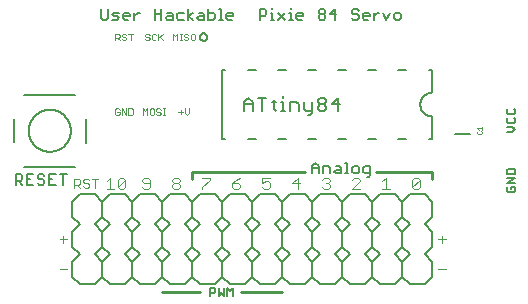
<source format=gto>
G75*
%MOIN*%
%OFA0B0*%
%FSLAX25Y25*%
%IPPOS*%
%LPD*%
%AMOC8*
5,1,8,0,0,1.08239X$1,22.5*
%
%ADD10C,0.00500*%
%ADD11C,0.00800*%
%ADD12C,0.01000*%
%ADD13C,0.00600*%
%ADD14C,0.00300*%
%ADD15C,0.00200*%
%ADD16C,0.00400*%
%ADD17C,0.00100*%
D10*
X0076830Y0002317D02*
X0076830Y0005019D01*
X0078181Y0005019D01*
X0078632Y0004569D01*
X0078632Y0003668D01*
X0078181Y0003217D01*
X0076830Y0003217D01*
X0079777Y0002317D02*
X0080678Y0003217D01*
X0081578Y0002317D01*
X0081578Y0005019D01*
X0082723Y0005019D02*
X0083624Y0004118D01*
X0084525Y0005019D01*
X0084525Y0002317D01*
X0082723Y0002317D02*
X0082723Y0005019D01*
X0079777Y0005019D02*
X0079777Y0002317D01*
X0175898Y0037447D02*
X0176348Y0036997D01*
X0178150Y0036997D01*
X0178600Y0037447D01*
X0178600Y0038348D01*
X0178150Y0038798D01*
X0177249Y0038798D01*
X0177249Y0037898D01*
X0176348Y0038798D02*
X0175898Y0038348D01*
X0175898Y0037447D01*
X0175898Y0039943D02*
X0178600Y0041745D01*
X0175898Y0041745D01*
X0175898Y0042890D02*
X0175898Y0044241D01*
X0176348Y0044691D01*
X0178150Y0044691D01*
X0178600Y0044241D01*
X0178600Y0042890D01*
X0175898Y0042890D01*
X0175898Y0039943D02*
X0178600Y0039943D01*
X0177699Y0056997D02*
X0175898Y0056997D01*
X0177699Y0056997D02*
X0178600Y0057898D01*
X0177699Y0058798D01*
X0175898Y0058798D01*
X0176348Y0059943D02*
X0178150Y0059943D01*
X0178600Y0060394D01*
X0178600Y0061295D01*
X0178150Y0061745D01*
X0178150Y0062890D02*
X0176348Y0062890D01*
X0175898Y0063340D01*
X0175898Y0064241D01*
X0176348Y0064691D01*
X0178150Y0064691D02*
X0178600Y0064241D01*
X0178600Y0063340D01*
X0178150Y0062890D01*
X0176348Y0061745D02*
X0175898Y0061295D01*
X0175898Y0060394D01*
X0176348Y0059943D01*
X0073500Y0088667D02*
X0073502Y0088737D01*
X0073508Y0088807D01*
X0073518Y0088876D01*
X0073531Y0088945D01*
X0073549Y0089013D01*
X0073570Y0089080D01*
X0073595Y0089145D01*
X0073624Y0089209D01*
X0073656Y0089272D01*
X0073692Y0089332D01*
X0073731Y0089390D01*
X0073773Y0089446D01*
X0073818Y0089500D01*
X0073866Y0089551D01*
X0073917Y0089599D01*
X0073971Y0089644D01*
X0074027Y0089686D01*
X0074085Y0089725D01*
X0074145Y0089761D01*
X0074208Y0089793D01*
X0074272Y0089822D01*
X0074337Y0089847D01*
X0074404Y0089868D01*
X0074472Y0089886D01*
X0074541Y0089899D01*
X0074610Y0089909D01*
X0074680Y0089915D01*
X0074750Y0089917D01*
X0074820Y0089915D01*
X0074890Y0089909D01*
X0074959Y0089899D01*
X0075028Y0089886D01*
X0075096Y0089868D01*
X0075163Y0089847D01*
X0075228Y0089822D01*
X0075292Y0089793D01*
X0075355Y0089761D01*
X0075415Y0089725D01*
X0075473Y0089686D01*
X0075529Y0089644D01*
X0075583Y0089599D01*
X0075634Y0089551D01*
X0075682Y0089500D01*
X0075727Y0089446D01*
X0075769Y0089390D01*
X0075808Y0089332D01*
X0075844Y0089272D01*
X0075876Y0089209D01*
X0075905Y0089145D01*
X0075930Y0089080D01*
X0075951Y0089013D01*
X0075969Y0088945D01*
X0075982Y0088876D01*
X0075992Y0088807D01*
X0075998Y0088737D01*
X0076000Y0088667D01*
X0075998Y0088597D01*
X0075992Y0088527D01*
X0075982Y0088458D01*
X0075969Y0088389D01*
X0075951Y0088321D01*
X0075930Y0088254D01*
X0075905Y0088189D01*
X0075876Y0088125D01*
X0075844Y0088062D01*
X0075808Y0088002D01*
X0075769Y0087944D01*
X0075727Y0087888D01*
X0075682Y0087834D01*
X0075634Y0087783D01*
X0075583Y0087735D01*
X0075529Y0087690D01*
X0075473Y0087648D01*
X0075415Y0087609D01*
X0075355Y0087573D01*
X0075292Y0087541D01*
X0075228Y0087512D01*
X0075163Y0087487D01*
X0075096Y0087466D01*
X0075028Y0087448D01*
X0074959Y0087435D01*
X0074890Y0087425D01*
X0074820Y0087419D01*
X0074750Y0087417D01*
X0074680Y0087419D01*
X0074610Y0087425D01*
X0074541Y0087435D01*
X0074472Y0087448D01*
X0074404Y0087466D01*
X0074337Y0087487D01*
X0074272Y0087512D01*
X0074208Y0087541D01*
X0074145Y0087573D01*
X0074085Y0087609D01*
X0074027Y0087648D01*
X0073971Y0087690D01*
X0073917Y0087735D01*
X0073866Y0087783D01*
X0073818Y0087834D01*
X0073773Y0087888D01*
X0073731Y0087944D01*
X0073692Y0088002D01*
X0073656Y0088062D01*
X0073624Y0088125D01*
X0073595Y0088189D01*
X0073570Y0088254D01*
X0073549Y0088321D01*
X0073531Y0088389D01*
X0073518Y0088458D01*
X0073508Y0088527D01*
X0073502Y0088597D01*
X0073500Y0088667D01*
D11*
X0081000Y0077667D02*
X0082000Y0077667D01*
X0081000Y0077667D02*
X0081000Y0054667D01*
X0082000Y0054667D01*
X0089700Y0054667D02*
X0092300Y0054667D01*
X0099700Y0054667D02*
X0102300Y0054667D01*
X0109700Y0054667D02*
X0112300Y0054667D01*
X0119700Y0054667D02*
X0122300Y0054667D01*
X0129700Y0054667D02*
X0132300Y0054667D01*
X0139700Y0054667D02*
X0142300Y0054667D01*
X0150000Y0054667D02*
X0151000Y0054667D01*
X0151000Y0062167D01*
X0150874Y0062169D01*
X0150749Y0062175D01*
X0150624Y0062185D01*
X0150499Y0062199D01*
X0150374Y0062216D01*
X0150250Y0062238D01*
X0150127Y0062263D01*
X0150005Y0062293D01*
X0149884Y0062326D01*
X0149764Y0062363D01*
X0149645Y0062403D01*
X0149528Y0062448D01*
X0149411Y0062496D01*
X0149297Y0062548D01*
X0149184Y0062603D01*
X0149073Y0062662D01*
X0148964Y0062724D01*
X0148857Y0062790D01*
X0148752Y0062859D01*
X0148649Y0062931D01*
X0148548Y0063006D01*
X0148450Y0063085D01*
X0148355Y0063167D01*
X0148262Y0063251D01*
X0148172Y0063339D01*
X0148084Y0063429D01*
X0148000Y0063522D01*
X0147918Y0063617D01*
X0147839Y0063715D01*
X0147764Y0063816D01*
X0147692Y0063919D01*
X0147623Y0064024D01*
X0147557Y0064131D01*
X0147495Y0064240D01*
X0147436Y0064351D01*
X0147381Y0064464D01*
X0147329Y0064578D01*
X0147281Y0064695D01*
X0147236Y0064812D01*
X0147196Y0064931D01*
X0147159Y0065051D01*
X0147126Y0065172D01*
X0147096Y0065294D01*
X0147071Y0065417D01*
X0147049Y0065541D01*
X0147032Y0065666D01*
X0147018Y0065791D01*
X0147008Y0065916D01*
X0147002Y0066041D01*
X0147000Y0066167D01*
X0147002Y0066293D01*
X0147008Y0066418D01*
X0147018Y0066543D01*
X0147032Y0066668D01*
X0147049Y0066793D01*
X0147071Y0066917D01*
X0147096Y0067040D01*
X0147126Y0067162D01*
X0147159Y0067283D01*
X0147196Y0067403D01*
X0147236Y0067522D01*
X0147281Y0067639D01*
X0147329Y0067756D01*
X0147381Y0067870D01*
X0147436Y0067983D01*
X0147495Y0068094D01*
X0147557Y0068203D01*
X0147623Y0068310D01*
X0147692Y0068415D01*
X0147764Y0068518D01*
X0147839Y0068619D01*
X0147918Y0068717D01*
X0148000Y0068812D01*
X0148084Y0068905D01*
X0148172Y0068995D01*
X0148262Y0069083D01*
X0148355Y0069167D01*
X0148450Y0069249D01*
X0148548Y0069328D01*
X0148649Y0069403D01*
X0148752Y0069475D01*
X0148857Y0069544D01*
X0148964Y0069610D01*
X0149073Y0069672D01*
X0149184Y0069731D01*
X0149297Y0069786D01*
X0149411Y0069838D01*
X0149528Y0069886D01*
X0149645Y0069931D01*
X0149764Y0069971D01*
X0149884Y0070008D01*
X0150005Y0070041D01*
X0150127Y0070071D01*
X0150250Y0070096D01*
X0150374Y0070118D01*
X0150499Y0070135D01*
X0150624Y0070149D01*
X0150749Y0070159D01*
X0150874Y0070165D01*
X0151000Y0070167D01*
X0151000Y0077667D01*
X0150000Y0077667D01*
X0142300Y0077667D02*
X0139700Y0077667D01*
X0132300Y0077667D02*
X0129700Y0077667D01*
X0122300Y0077667D02*
X0119700Y0077667D01*
X0112300Y0077667D02*
X0109700Y0077667D01*
X0102300Y0077667D02*
X0099700Y0077667D01*
X0092300Y0077667D02*
X0089700Y0077667D01*
X0101247Y0068971D02*
X0101247Y0068270D01*
X0101247Y0066869D02*
X0101247Y0064067D01*
X0101947Y0064067D02*
X0100546Y0064067D01*
X0098878Y0064067D02*
X0098177Y0064767D01*
X0098177Y0067570D01*
X0097477Y0066869D02*
X0098878Y0066869D01*
X0100546Y0066869D02*
X0101247Y0066869D01*
X0103615Y0066869D02*
X0105717Y0066869D01*
X0106418Y0066168D01*
X0106418Y0064067D01*
X0108219Y0064767D02*
X0108920Y0064067D01*
X0111022Y0064067D01*
X0111022Y0063366D02*
X0110321Y0062665D01*
X0109620Y0062665D01*
X0111022Y0063366D02*
X0111022Y0066869D01*
X0112823Y0066869D02*
X0112823Y0067570D01*
X0113524Y0068270D01*
X0114925Y0068270D01*
X0115626Y0067570D01*
X0115626Y0066869D01*
X0114925Y0066168D01*
X0113524Y0066168D01*
X0112823Y0066869D01*
X0113524Y0066168D02*
X0112823Y0065468D01*
X0112823Y0064767D01*
X0113524Y0064067D01*
X0114925Y0064067D01*
X0115626Y0064767D01*
X0115626Y0065468D01*
X0114925Y0066168D01*
X0117427Y0066168D02*
X0120229Y0066168D01*
X0119529Y0064067D02*
X0119529Y0068270D01*
X0117427Y0066168D01*
X0108219Y0066869D02*
X0108219Y0064767D01*
X0103615Y0064067D02*
X0103615Y0066869D01*
X0095675Y0068270D02*
X0092873Y0068270D01*
X0094274Y0068270D02*
X0094274Y0064067D01*
X0091071Y0064067D02*
X0091071Y0066869D01*
X0089670Y0068270D01*
X0088269Y0066869D01*
X0088269Y0064067D01*
X0088269Y0066168D02*
X0091071Y0066168D01*
X0093500Y0036167D02*
X0098500Y0036167D01*
X0101000Y0033667D01*
X0101000Y0028667D01*
X0098500Y0026167D01*
X0101000Y0023667D01*
X0101000Y0018667D01*
X0098500Y0016167D01*
X0101000Y0013667D01*
X0101000Y0008667D01*
X0098500Y0006167D01*
X0093500Y0006167D01*
X0091000Y0008667D01*
X0091000Y0013667D01*
X0088500Y0016167D01*
X0091000Y0018667D01*
X0091000Y0023667D01*
X0088500Y0026167D01*
X0091000Y0028667D01*
X0091000Y0033667D01*
X0088500Y0036167D01*
X0083500Y0036167D01*
X0081000Y0033667D01*
X0081000Y0028667D01*
X0078500Y0026167D01*
X0081000Y0023667D01*
X0081000Y0018667D01*
X0078500Y0016167D01*
X0081000Y0013667D01*
X0081000Y0008667D01*
X0078500Y0006167D01*
X0073500Y0006167D01*
X0071000Y0008667D01*
X0071000Y0013667D01*
X0068500Y0016167D01*
X0071000Y0018667D01*
X0071000Y0023667D01*
X0068500Y0026167D01*
X0071000Y0028667D01*
X0071000Y0033667D01*
X0068500Y0036167D01*
X0063500Y0036167D01*
X0061000Y0033667D01*
X0061000Y0028667D01*
X0058500Y0026167D01*
X0061000Y0023667D01*
X0061000Y0018667D01*
X0058500Y0016167D01*
X0061000Y0013667D01*
X0061000Y0008667D01*
X0058500Y0006167D01*
X0053500Y0006167D01*
X0051000Y0008667D01*
X0051000Y0013667D01*
X0048500Y0016167D01*
X0051000Y0018667D01*
X0051000Y0023667D01*
X0048500Y0026167D01*
X0051000Y0028667D01*
X0051000Y0033667D01*
X0048500Y0036167D01*
X0043500Y0036167D01*
X0041000Y0033667D01*
X0041000Y0028667D01*
X0038500Y0026167D01*
X0041000Y0023667D01*
X0041000Y0018667D01*
X0038500Y0016167D01*
X0041000Y0013667D01*
X0041000Y0008667D01*
X0038500Y0006167D01*
X0033500Y0006167D01*
X0031000Y0008667D01*
X0031000Y0013667D01*
X0033500Y0016167D01*
X0031000Y0018667D01*
X0031000Y0023667D01*
X0033500Y0026167D01*
X0031000Y0028667D01*
X0031000Y0033667D01*
X0033500Y0036167D01*
X0038500Y0036167D01*
X0041000Y0033667D01*
X0041000Y0028667D01*
X0043500Y0026167D01*
X0041000Y0023667D01*
X0041000Y0018667D01*
X0043500Y0016167D01*
X0041000Y0013667D01*
X0041000Y0008667D01*
X0043500Y0006167D01*
X0048500Y0006167D01*
X0051000Y0008667D01*
X0051000Y0013667D01*
X0053500Y0016167D01*
X0051000Y0018667D01*
X0051000Y0023667D01*
X0053500Y0026167D01*
X0051000Y0028667D01*
X0051000Y0033667D01*
X0053500Y0036167D01*
X0058500Y0036167D01*
X0061000Y0033667D01*
X0061000Y0028667D01*
X0063500Y0026167D01*
X0061000Y0023667D01*
X0061000Y0018667D01*
X0063500Y0016167D01*
X0061000Y0013667D01*
X0061000Y0008667D01*
X0063500Y0006167D01*
X0068500Y0006167D01*
X0071000Y0008667D01*
X0071000Y0013667D01*
X0073500Y0016167D01*
X0071000Y0018667D01*
X0071000Y0023667D01*
X0073500Y0026167D01*
X0071000Y0028667D01*
X0071000Y0033667D01*
X0073500Y0036167D01*
X0078500Y0036167D01*
X0081000Y0033667D01*
X0081000Y0028667D01*
X0083500Y0026167D01*
X0081000Y0023667D01*
X0081000Y0018667D01*
X0083500Y0016167D01*
X0081000Y0013667D01*
X0081000Y0008667D01*
X0083500Y0006167D01*
X0088500Y0006167D01*
X0091000Y0008667D01*
X0091000Y0013667D01*
X0093500Y0016167D01*
X0091000Y0018667D01*
X0091000Y0023667D01*
X0093500Y0026167D01*
X0091000Y0028667D01*
X0091000Y0033667D01*
X0093500Y0036167D01*
X0101000Y0033667D02*
X0103500Y0036167D01*
X0108500Y0036167D01*
X0111000Y0033667D01*
X0111000Y0028667D01*
X0108500Y0026167D01*
X0111000Y0023667D01*
X0111000Y0018667D01*
X0108500Y0016167D01*
X0111000Y0013667D01*
X0111000Y0008667D01*
X0108500Y0006167D01*
X0103500Y0006167D01*
X0101000Y0008667D01*
X0101000Y0013667D01*
X0103500Y0016167D01*
X0101000Y0018667D01*
X0101000Y0023667D01*
X0103500Y0026167D01*
X0101000Y0028667D01*
X0101000Y0033667D01*
X0111000Y0033667D02*
X0111000Y0028667D01*
X0113500Y0026167D01*
X0111000Y0023667D01*
X0111000Y0018667D01*
X0113500Y0016167D01*
X0111000Y0013667D01*
X0111000Y0008667D01*
X0113500Y0006167D01*
X0118500Y0006167D01*
X0121000Y0008667D01*
X0121000Y0013667D01*
X0118500Y0016167D01*
X0121000Y0018667D01*
X0121000Y0023667D01*
X0118500Y0026167D01*
X0121000Y0028667D01*
X0121000Y0033667D01*
X0118500Y0036167D01*
X0113500Y0036167D01*
X0111000Y0033667D01*
X0121000Y0033667D02*
X0121000Y0028667D01*
X0123500Y0026167D01*
X0121000Y0023667D01*
X0121000Y0018667D01*
X0123500Y0016167D01*
X0121000Y0013667D01*
X0121000Y0008667D01*
X0123500Y0006167D01*
X0128500Y0006167D01*
X0131000Y0008667D01*
X0131000Y0013667D01*
X0128500Y0016167D01*
X0131000Y0018667D01*
X0131000Y0023667D01*
X0128500Y0026167D01*
X0131000Y0028667D01*
X0131000Y0033667D01*
X0128500Y0036167D01*
X0123500Y0036167D01*
X0121000Y0033667D01*
X0131000Y0033667D02*
X0131000Y0028667D01*
X0133500Y0026167D01*
X0131000Y0023667D01*
X0131000Y0018667D01*
X0133500Y0016167D01*
X0131000Y0013667D01*
X0131000Y0008667D01*
X0133500Y0006167D01*
X0138500Y0006167D01*
X0141000Y0008667D01*
X0141000Y0013667D01*
X0138500Y0016167D01*
X0141000Y0018667D01*
X0141000Y0023667D01*
X0138500Y0026167D01*
X0141000Y0028667D01*
X0141000Y0033667D01*
X0138500Y0036167D01*
X0133500Y0036167D01*
X0131000Y0033667D01*
X0141000Y0033667D02*
X0141000Y0028667D01*
X0143500Y0026167D01*
X0141000Y0023667D01*
X0141000Y0018667D01*
X0143500Y0016167D01*
X0141000Y0013667D01*
X0141000Y0008667D01*
X0143500Y0006167D01*
X0148500Y0006167D01*
X0151000Y0008667D01*
X0151000Y0013667D01*
X0148500Y0016167D01*
X0151000Y0018667D01*
X0151000Y0023667D01*
X0148500Y0026167D01*
X0151000Y0028667D01*
X0151000Y0033667D01*
X0148500Y0036167D01*
X0143500Y0036167D01*
X0141000Y0033667D01*
X0158500Y0056167D02*
X0163500Y0056167D01*
X0035500Y0053369D02*
X0035500Y0061417D01*
X0032000Y0069417D02*
X0015000Y0069417D01*
X0011500Y0061417D02*
X0011500Y0053488D01*
X0016500Y0057417D02*
X0016502Y0057589D01*
X0016508Y0057760D01*
X0016519Y0057932D01*
X0016534Y0058103D01*
X0016553Y0058274D01*
X0016576Y0058444D01*
X0016603Y0058614D01*
X0016635Y0058783D01*
X0016670Y0058951D01*
X0016710Y0059118D01*
X0016754Y0059284D01*
X0016801Y0059449D01*
X0016853Y0059613D01*
X0016909Y0059775D01*
X0016969Y0059936D01*
X0017033Y0060096D01*
X0017101Y0060254D01*
X0017172Y0060410D01*
X0017247Y0060564D01*
X0017327Y0060717D01*
X0017409Y0060867D01*
X0017496Y0061016D01*
X0017586Y0061162D01*
X0017680Y0061306D01*
X0017777Y0061448D01*
X0017878Y0061587D01*
X0017982Y0061724D01*
X0018089Y0061858D01*
X0018200Y0061989D01*
X0018313Y0062118D01*
X0018430Y0062244D01*
X0018550Y0062367D01*
X0018673Y0062487D01*
X0018799Y0062604D01*
X0018928Y0062717D01*
X0019059Y0062828D01*
X0019193Y0062935D01*
X0019330Y0063039D01*
X0019469Y0063140D01*
X0019611Y0063237D01*
X0019755Y0063331D01*
X0019901Y0063421D01*
X0020050Y0063508D01*
X0020200Y0063590D01*
X0020353Y0063670D01*
X0020507Y0063745D01*
X0020663Y0063816D01*
X0020821Y0063884D01*
X0020981Y0063948D01*
X0021142Y0064008D01*
X0021304Y0064064D01*
X0021468Y0064116D01*
X0021633Y0064163D01*
X0021799Y0064207D01*
X0021966Y0064247D01*
X0022134Y0064282D01*
X0022303Y0064314D01*
X0022473Y0064341D01*
X0022643Y0064364D01*
X0022814Y0064383D01*
X0022985Y0064398D01*
X0023157Y0064409D01*
X0023328Y0064415D01*
X0023500Y0064417D01*
X0023672Y0064415D01*
X0023843Y0064409D01*
X0024015Y0064398D01*
X0024186Y0064383D01*
X0024357Y0064364D01*
X0024527Y0064341D01*
X0024697Y0064314D01*
X0024866Y0064282D01*
X0025034Y0064247D01*
X0025201Y0064207D01*
X0025367Y0064163D01*
X0025532Y0064116D01*
X0025696Y0064064D01*
X0025858Y0064008D01*
X0026019Y0063948D01*
X0026179Y0063884D01*
X0026337Y0063816D01*
X0026493Y0063745D01*
X0026647Y0063670D01*
X0026800Y0063590D01*
X0026950Y0063508D01*
X0027099Y0063421D01*
X0027245Y0063331D01*
X0027389Y0063237D01*
X0027531Y0063140D01*
X0027670Y0063039D01*
X0027807Y0062935D01*
X0027941Y0062828D01*
X0028072Y0062717D01*
X0028201Y0062604D01*
X0028327Y0062487D01*
X0028450Y0062367D01*
X0028570Y0062244D01*
X0028687Y0062118D01*
X0028800Y0061989D01*
X0028911Y0061858D01*
X0029018Y0061724D01*
X0029122Y0061587D01*
X0029223Y0061448D01*
X0029320Y0061306D01*
X0029414Y0061162D01*
X0029504Y0061016D01*
X0029591Y0060867D01*
X0029673Y0060717D01*
X0029753Y0060564D01*
X0029828Y0060410D01*
X0029899Y0060254D01*
X0029967Y0060096D01*
X0030031Y0059936D01*
X0030091Y0059775D01*
X0030147Y0059613D01*
X0030199Y0059449D01*
X0030246Y0059284D01*
X0030290Y0059118D01*
X0030330Y0058951D01*
X0030365Y0058783D01*
X0030397Y0058614D01*
X0030424Y0058444D01*
X0030447Y0058274D01*
X0030466Y0058103D01*
X0030481Y0057932D01*
X0030492Y0057760D01*
X0030498Y0057589D01*
X0030500Y0057417D01*
X0030498Y0057245D01*
X0030492Y0057074D01*
X0030481Y0056902D01*
X0030466Y0056731D01*
X0030447Y0056560D01*
X0030424Y0056390D01*
X0030397Y0056220D01*
X0030365Y0056051D01*
X0030330Y0055883D01*
X0030290Y0055716D01*
X0030246Y0055550D01*
X0030199Y0055385D01*
X0030147Y0055221D01*
X0030091Y0055059D01*
X0030031Y0054898D01*
X0029967Y0054738D01*
X0029899Y0054580D01*
X0029828Y0054424D01*
X0029753Y0054270D01*
X0029673Y0054117D01*
X0029591Y0053967D01*
X0029504Y0053818D01*
X0029414Y0053672D01*
X0029320Y0053528D01*
X0029223Y0053386D01*
X0029122Y0053247D01*
X0029018Y0053110D01*
X0028911Y0052976D01*
X0028800Y0052845D01*
X0028687Y0052716D01*
X0028570Y0052590D01*
X0028450Y0052467D01*
X0028327Y0052347D01*
X0028201Y0052230D01*
X0028072Y0052117D01*
X0027941Y0052006D01*
X0027807Y0051899D01*
X0027670Y0051795D01*
X0027531Y0051694D01*
X0027389Y0051597D01*
X0027245Y0051503D01*
X0027099Y0051413D01*
X0026950Y0051326D01*
X0026800Y0051244D01*
X0026647Y0051164D01*
X0026493Y0051089D01*
X0026337Y0051018D01*
X0026179Y0050950D01*
X0026019Y0050886D01*
X0025858Y0050826D01*
X0025696Y0050770D01*
X0025532Y0050718D01*
X0025367Y0050671D01*
X0025201Y0050627D01*
X0025034Y0050587D01*
X0024866Y0050552D01*
X0024697Y0050520D01*
X0024527Y0050493D01*
X0024357Y0050470D01*
X0024186Y0050451D01*
X0024015Y0050436D01*
X0023843Y0050425D01*
X0023672Y0050419D01*
X0023500Y0050417D01*
X0023328Y0050419D01*
X0023157Y0050425D01*
X0022985Y0050436D01*
X0022814Y0050451D01*
X0022643Y0050470D01*
X0022473Y0050493D01*
X0022303Y0050520D01*
X0022134Y0050552D01*
X0021966Y0050587D01*
X0021799Y0050627D01*
X0021633Y0050671D01*
X0021468Y0050718D01*
X0021304Y0050770D01*
X0021142Y0050826D01*
X0020981Y0050886D01*
X0020821Y0050950D01*
X0020663Y0051018D01*
X0020507Y0051089D01*
X0020353Y0051164D01*
X0020200Y0051244D01*
X0020050Y0051326D01*
X0019901Y0051413D01*
X0019755Y0051503D01*
X0019611Y0051597D01*
X0019469Y0051694D01*
X0019330Y0051795D01*
X0019193Y0051899D01*
X0019059Y0052006D01*
X0018928Y0052117D01*
X0018799Y0052230D01*
X0018673Y0052347D01*
X0018550Y0052467D01*
X0018430Y0052590D01*
X0018313Y0052716D01*
X0018200Y0052845D01*
X0018089Y0052976D01*
X0017982Y0053110D01*
X0017878Y0053247D01*
X0017777Y0053386D01*
X0017680Y0053528D01*
X0017586Y0053672D01*
X0017496Y0053818D01*
X0017409Y0053967D01*
X0017327Y0054117D01*
X0017247Y0054270D01*
X0017172Y0054424D01*
X0017101Y0054580D01*
X0017033Y0054738D01*
X0016969Y0054898D01*
X0016909Y0055059D01*
X0016853Y0055221D01*
X0016801Y0055385D01*
X0016754Y0055550D01*
X0016710Y0055716D01*
X0016670Y0055883D01*
X0016635Y0056051D01*
X0016603Y0056220D01*
X0016576Y0056390D01*
X0016553Y0056560D01*
X0016534Y0056731D01*
X0016519Y0056902D01*
X0016508Y0057074D01*
X0016502Y0057245D01*
X0016500Y0057417D01*
X0015000Y0045417D02*
X0032000Y0045417D01*
D12*
X0071000Y0043667D02*
X0071000Y0041167D01*
X0071000Y0043667D02*
X0108500Y0043667D01*
X0132250Y0043667D02*
X0151000Y0043667D01*
X0151000Y0041167D01*
X0101000Y0003667D02*
X0087250Y0003667D01*
X0073500Y0003667D02*
X0061000Y0003667D01*
D13*
X0027959Y0039467D02*
X0027959Y0042870D01*
X0026825Y0042870D02*
X0029093Y0042870D01*
X0025410Y0042870D02*
X0023142Y0042870D01*
X0023142Y0039467D01*
X0025410Y0039467D01*
X0024276Y0041168D02*
X0023142Y0041168D01*
X0021727Y0040601D02*
X0021727Y0040034D01*
X0021160Y0039467D01*
X0020026Y0039467D01*
X0019458Y0040034D01*
X0020026Y0041168D02*
X0019458Y0041735D01*
X0019458Y0042302D01*
X0020026Y0042870D01*
X0021160Y0042870D01*
X0021727Y0042302D01*
X0021160Y0041168D02*
X0021727Y0040601D01*
X0021160Y0041168D02*
X0020026Y0041168D01*
X0018044Y0039467D02*
X0015775Y0039467D01*
X0015775Y0042870D01*
X0018044Y0042870D01*
X0016910Y0041168D02*
X0015775Y0041168D01*
X0014361Y0041168D02*
X0013794Y0040601D01*
X0012092Y0040601D01*
X0012092Y0039467D02*
X0012092Y0042870D01*
X0013794Y0042870D01*
X0014361Y0042302D01*
X0014361Y0041168D01*
X0013226Y0040601D02*
X0014361Y0039467D01*
X0110864Y0043217D02*
X0110864Y0045485D01*
X0111999Y0046620D01*
X0113133Y0045485D01*
X0113133Y0043217D01*
X0114548Y0043217D02*
X0114548Y0045485D01*
X0116249Y0045485D01*
X0116816Y0044918D01*
X0116816Y0043217D01*
X0118231Y0043784D02*
X0118798Y0044351D01*
X0120499Y0044351D01*
X0120499Y0044918D02*
X0120499Y0043217D01*
X0118798Y0043217D01*
X0118231Y0043784D01*
X0118798Y0045485D02*
X0119932Y0045485D01*
X0120499Y0044918D01*
X0121914Y0043217D02*
X0123048Y0043217D01*
X0122481Y0043217D02*
X0122481Y0046620D01*
X0121914Y0046620D01*
X0124369Y0044918D02*
X0124369Y0043784D01*
X0124936Y0043217D01*
X0126071Y0043217D01*
X0126638Y0043784D01*
X0126638Y0044918D01*
X0126071Y0045485D01*
X0124936Y0045485D01*
X0124369Y0044918D01*
X0128052Y0044918D02*
X0128052Y0043784D01*
X0128620Y0043217D01*
X0130321Y0043217D01*
X0130321Y0042650D02*
X0130321Y0045485D01*
X0128620Y0045485D01*
X0128052Y0044918D01*
X0129187Y0042082D02*
X0129754Y0042082D01*
X0130321Y0042650D01*
X0113133Y0044918D02*
X0110864Y0044918D01*
X0113659Y0094467D02*
X0113092Y0095034D01*
X0113092Y0095601D01*
X0113659Y0096168D01*
X0114793Y0096168D01*
X0115360Y0095601D01*
X0115360Y0095034D01*
X0114793Y0094467D01*
X0113659Y0094467D01*
X0113659Y0096168D02*
X0113092Y0096735D01*
X0113092Y0097302D01*
X0113659Y0097870D01*
X0114793Y0097870D01*
X0115360Y0097302D01*
X0115360Y0096735D01*
X0114793Y0096168D01*
X0116775Y0096168D02*
X0119044Y0096168D01*
X0118476Y0094467D02*
X0118476Y0097870D01*
X0116775Y0096168D01*
X0124141Y0096735D02*
X0124708Y0096168D01*
X0125843Y0096168D01*
X0126410Y0095601D01*
X0126410Y0095034D01*
X0125843Y0094467D01*
X0124708Y0094467D01*
X0124141Y0095034D01*
X0124141Y0096735D02*
X0124141Y0097302D01*
X0124708Y0097870D01*
X0125843Y0097870D01*
X0126410Y0097302D01*
X0127824Y0096168D02*
X0128392Y0096735D01*
X0129526Y0096735D01*
X0130093Y0096168D01*
X0130093Y0095601D01*
X0127824Y0095601D01*
X0127824Y0095034D02*
X0127824Y0096168D01*
X0127824Y0095034D02*
X0128392Y0094467D01*
X0129526Y0094467D01*
X0131508Y0094467D02*
X0131508Y0096735D01*
X0132642Y0096735D02*
X0133209Y0096735D01*
X0132642Y0096735D02*
X0131508Y0095601D01*
X0134577Y0096735D02*
X0135711Y0094467D01*
X0136845Y0096735D01*
X0138260Y0096168D02*
X0138260Y0095034D01*
X0138827Y0094467D01*
X0139961Y0094467D01*
X0140529Y0095034D01*
X0140529Y0096168D01*
X0139961Y0096735D01*
X0138827Y0096735D01*
X0138260Y0096168D01*
X0107994Y0096168D02*
X0107994Y0095601D01*
X0105726Y0095601D01*
X0105726Y0095034D02*
X0105726Y0096168D01*
X0106293Y0096735D01*
X0107427Y0096735D01*
X0107994Y0096168D01*
X0106293Y0094467D02*
X0105726Y0095034D01*
X0106293Y0094467D02*
X0107427Y0094467D01*
X0104404Y0094467D02*
X0103270Y0094467D01*
X0103837Y0094467D02*
X0103837Y0096735D01*
X0103270Y0096735D01*
X0103837Y0097870D02*
X0103837Y0098437D01*
X0101856Y0096735D02*
X0099587Y0094467D01*
X0098266Y0094467D02*
X0097132Y0094467D01*
X0097699Y0094467D02*
X0097699Y0096735D01*
X0097132Y0096735D01*
X0097699Y0097870D02*
X0097699Y0098437D01*
X0095717Y0097302D02*
X0095717Y0096168D01*
X0095150Y0095601D01*
X0093448Y0095601D01*
X0093448Y0094467D02*
X0093448Y0097870D01*
X0095150Y0097870D01*
X0095717Y0097302D01*
X0099587Y0096735D02*
X0101856Y0094467D01*
X0084668Y0095601D02*
X0082399Y0095601D01*
X0082399Y0095034D02*
X0082399Y0096168D01*
X0082966Y0096735D01*
X0084100Y0096735D01*
X0084668Y0096168D01*
X0084668Y0095601D01*
X0084100Y0094467D02*
X0082966Y0094467D01*
X0082399Y0095034D01*
X0081078Y0094467D02*
X0079944Y0094467D01*
X0080511Y0094467D02*
X0080511Y0097870D01*
X0079944Y0097870D01*
X0078529Y0096168D02*
X0077962Y0096735D01*
X0076260Y0096735D01*
X0076260Y0097870D02*
X0076260Y0094467D01*
X0077962Y0094467D01*
X0078529Y0095034D01*
X0078529Y0096168D01*
X0074846Y0096168D02*
X0074846Y0094467D01*
X0073144Y0094467D01*
X0072577Y0095034D01*
X0073144Y0095601D01*
X0074846Y0095601D01*
X0074846Y0096168D02*
X0074279Y0096735D01*
X0073144Y0096735D01*
X0071209Y0096735D02*
X0069508Y0095601D01*
X0071209Y0094467D01*
X0069508Y0094467D02*
X0069508Y0097870D01*
X0068093Y0096735D02*
X0066392Y0096735D01*
X0065825Y0096168D01*
X0065825Y0095034D01*
X0066392Y0094467D01*
X0068093Y0094467D01*
X0064410Y0094467D02*
X0064410Y0096168D01*
X0063843Y0096735D01*
X0062709Y0096735D01*
X0062709Y0095601D02*
X0064410Y0095601D01*
X0064410Y0094467D02*
X0062709Y0094467D01*
X0062142Y0095034D01*
X0062709Y0095601D01*
X0060727Y0096168D02*
X0058459Y0096168D01*
X0058459Y0094467D02*
X0058459Y0097870D01*
X0060727Y0097870D02*
X0060727Y0094467D01*
X0053408Y0096735D02*
X0052840Y0096735D01*
X0051706Y0095601D01*
X0051706Y0094467D02*
X0051706Y0096735D01*
X0050292Y0096168D02*
X0050292Y0095601D01*
X0048023Y0095601D01*
X0048023Y0095034D02*
X0048023Y0096168D01*
X0048590Y0096735D01*
X0049724Y0096735D01*
X0050292Y0096168D01*
X0048590Y0094467D02*
X0048023Y0095034D01*
X0048590Y0094467D02*
X0049724Y0094467D01*
X0046608Y0095034D02*
X0046041Y0094467D01*
X0044340Y0094467D01*
X0044907Y0095601D02*
X0044340Y0096168D01*
X0044907Y0096735D01*
X0046608Y0096735D01*
X0046041Y0095601D02*
X0044907Y0095601D01*
X0046041Y0095601D02*
X0046608Y0095034D01*
X0042925Y0095034D02*
X0042925Y0097870D01*
X0040657Y0097870D02*
X0040657Y0095034D01*
X0041224Y0094467D01*
X0042358Y0094467D01*
X0042925Y0095034D01*
D14*
X0029277Y0011168D02*
X0026808Y0011168D01*
X0028043Y0019934D02*
X0028043Y0022403D01*
X0029277Y0021168D02*
X0026808Y0021168D01*
X0031730Y0038467D02*
X0031730Y0041369D01*
X0033181Y0041369D01*
X0033665Y0040885D01*
X0033665Y0039918D01*
X0033181Y0039434D01*
X0031730Y0039434D01*
X0032698Y0039434D02*
X0033665Y0038467D01*
X0034677Y0038950D02*
X0035160Y0038467D01*
X0036128Y0038467D01*
X0036612Y0038950D01*
X0036612Y0039434D01*
X0036128Y0039918D01*
X0035160Y0039918D01*
X0034677Y0040402D01*
X0034677Y0040885D01*
X0035160Y0041369D01*
X0036128Y0041369D01*
X0036612Y0040885D01*
X0037623Y0041369D02*
X0039558Y0041369D01*
X0038591Y0041369D02*
X0038591Y0038467D01*
X0153058Y0021168D02*
X0155527Y0021168D01*
X0154293Y0022403D02*
X0154293Y0019934D01*
X0153058Y0011168D02*
X0155527Y0011168D01*
D15*
X0070068Y0063351D02*
X0069334Y0062617D01*
X0068600Y0063351D01*
X0068600Y0064819D01*
X0067858Y0063718D02*
X0066390Y0063718D01*
X0067124Y0064452D02*
X0067124Y0062984D01*
X0070068Y0063351D02*
X0070068Y0064819D01*
X0061912Y0064819D02*
X0061178Y0064819D01*
X0061545Y0064819D02*
X0061545Y0062617D01*
X0061178Y0062617D02*
X0061912Y0062617D01*
X0060436Y0062984D02*
X0060436Y0063351D01*
X0060069Y0063718D01*
X0059335Y0063718D01*
X0058968Y0064085D01*
X0058968Y0064452D01*
X0059335Y0064819D01*
X0060069Y0064819D01*
X0060436Y0064452D01*
X0060436Y0062984D02*
X0060069Y0062617D01*
X0059335Y0062617D01*
X0058968Y0062984D01*
X0058226Y0062984D02*
X0058226Y0064452D01*
X0057859Y0064819D01*
X0057125Y0064819D01*
X0056758Y0064452D01*
X0056758Y0062984D01*
X0057125Y0062617D01*
X0057859Y0062617D01*
X0058226Y0062984D01*
X0056016Y0062617D02*
X0056016Y0064819D01*
X0055282Y0064085D01*
X0054549Y0064819D01*
X0054549Y0062617D01*
X0051173Y0062984D02*
X0051173Y0064452D01*
X0050806Y0064819D01*
X0049705Y0064819D01*
X0049705Y0062617D01*
X0050806Y0062617D01*
X0051173Y0062984D01*
X0048963Y0062617D02*
X0048963Y0064819D01*
X0047495Y0064819D02*
X0048963Y0062617D01*
X0047495Y0062617D02*
X0047495Y0064819D01*
X0046753Y0064452D02*
X0046386Y0064819D01*
X0045652Y0064819D01*
X0045285Y0064452D01*
X0045285Y0062984D01*
X0045652Y0062617D01*
X0046386Y0062617D01*
X0046753Y0062984D01*
X0046753Y0063718D01*
X0046019Y0063718D01*
X0045285Y0087517D02*
X0045285Y0089719D01*
X0046386Y0089719D01*
X0046753Y0089352D01*
X0046753Y0088618D01*
X0046386Y0088251D01*
X0045285Y0088251D01*
X0046019Y0088251D02*
X0046753Y0087517D01*
X0047495Y0087884D02*
X0047862Y0087517D01*
X0048596Y0087517D01*
X0048963Y0087884D01*
X0048963Y0088251D01*
X0048596Y0088618D01*
X0047862Y0088618D01*
X0047495Y0088985D01*
X0047495Y0089352D01*
X0047862Y0089719D01*
X0048596Y0089719D01*
X0048963Y0089352D01*
X0049705Y0089719D02*
X0051173Y0089719D01*
X0050439Y0089719D02*
X0050439Y0087517D01*
X0055285Y0087884D02*
X0055652Y0087517D01*
X0056386Y0087517D01*
X0056753Y0087884D01*
X0056753Y0088251D01*
X0056386Y0088618D01*
X0055652Y0088618D01*
X0055285Y0088985D01*
X0055285Y0089352D01*
X0055652Y0089719D01*
X0056386Y0089719D01*
X0056753Y0089352D01*
X0057495Y0089352D02*
X0057495Y0087884D01*
X0057862Y0087517D01*
X0058596Y0087517D01*
X0058963Y0087884D01*
X0059705Y0088251D02*
X0061173Y0089719D01*
X0059705Y0089719D02*
X0059705Y0087517D01*
X0060072Y0088618D02*
X0061173Y0087517D01*
X0058963Y0089352D02*
X0058596Y0089719D01*
X0057862Y0089719D01*
X0057495Y0089352D01*
X0064549Y0089719D02*
X0064549Y0087517D01*
X0066016Y0087517D02*
X0066016Y0089719D01*
X0065282Y0088985D01*
X0064549Y0089719D01*
X0066758Y0089719D02*
X0067492Y0089719D01*
X0067125Y0089719D02*
X0067125Y0087517D01*
X0066758Y0087517D02*
X0067492Y0087517D01*
X0068232Y0087884D02*
X0068599Y0087517D01*
X0069333Y0087517D01*
X0069700Y0087884D01*
X0069700Y0088251D01*
X0069333Y0088618D01*
X0068599Y0088618D01*
X0068232Y0088985D01*
X0068232Y0089352D01*
X0068599Y0089719D01*
X0069333Y0089719D01*
X0069700Y0089352D01*
X0070442Y0089352D02*
X0070442Y0087884D01*
X0070809Y0087517D01*
X0071542Y0087517D01*
X0071909Y0087884D01*
X0071909Y0089352D01*
X0071542Y0089719D01*
X0070809Y0089719D01*
X0070442Y0089352D01*
D16*
X0074358Y0041720D02*
X0076760Y0041720D01*
X0076760Y0041119D01*
X0074358Y0038717D01*
X0074358Y0038117D01*
X0066760Y0038717D02*
X0066160Y0038117D01*
X0064959Y0038117D01*
X0064358Y0038717D01*
X0064358Y0039318D01*
X0064959Y0039918D01*
X0066160Y0039918D01*
X0066760Y0039318D01*
X0066760Y0038717D01*
X0066160Y0039918D02*
X0066760Y0040519D01*
X0066760Y0041119D01*
X0066160Y0041720D01*
X0064959Y0041720D01*
X0064358Y0041119D01*
X0064358Y0040519D01*
X0064959Y0039918D01*
X0056760Y0039918D02*
X0054959Y0039918D01*
X0054358Y0040519D01*
X0054358Y0041119D01*
X0054959Y0041720D01*
X0056160Y0041720D01*
X0056760Y0041119D01*
X0056760Y0038717D01*
X0056160Y0038117D01*
X0054959Y0038117D01*
X0054358Y0038717D01*
X0048602Y0038717D02*
X0048602Y0041119D01*
X0046200Y0038717D01*
X0046801Y0038117D01*
X0048002Y0038117D01*
X0048602Y0038717D01*
X0046200Y0038717D02*
X0046200Y0041119D01*
X0046801Y0041720D01*
X0048002Y0041720D01*
X0048602Y0041119D01*
X0043718Y0041720D02*
X0043718Y0038117D01*
X0042517Y0038117D02*
X0044919Y0038117D01*
X0042517Y0040519D02*
X0043718Y0041720D01*
X0084358Y0039918D02*
X0084358Y0038717D01*
X0084959Y0038117D01*
X0086160Y0038117D01*
X0086760Y0038717D01*
X0086760Y0039318D01*
X0086160Y0039918D01*
X0084358Y0039918D01*
X0085559Y0041119D01*
X0086760Y0041720D01*
X0094358Y0041720D02*
X0094358Y0039918D01*
X0095559Y0040519D01*
X0096160Y0040519D01*
X0096760Y0039918D01*
X0096760Y0038717D01*
X0096160Y0038117D01*
X0094959Y0038117D01*
X0094358Y0038717D01*
X0094358Y0041720D02*
X0096760Y0041720D01*
X0104358Y0039918D02*
X0106760Y0039918D01*
X0106160Y0038117D02*
X0106160Y0041720D01*
X0104358Y0039918D01*
X0114358Y0038717D02*
X0114959Y0038117D01*
X0116160Y0038117D01*
X0116760Y0038717D01*
X0116760Y0039318D01*
X0116160Y0039918D01*
X0115559Y0039918D01*
X0116160Y0039918D02*
X0116760Y0040519D01*
X0116760Y0041119D01*
X0116160Y0041720D01*
X0114959Y0041720D01*
X0114358Y0041119D01*
X0124358Y0041119D02*
X0124959Y0041720D01*
X0126160Y0041720D01*
X0126760Y0041119D01*
X0126760Y0040519D01*
X0124358Y0038117D01*
X0126760Y0038117D01*
X0134358Y0038117D02*
X0136760Y0038117D01*
X0135559Y0038117D02*
X0135559Y0041720D01*
X0134358Y0040519D01*
X0144358Y0041119D02*
X0144358Y0038717D01*
X0146760Y0041119D01*
X0146760Y0038717D01*
X0146160Y0038117D01*
X0144959Y0038117D01*
X0144358Y0038717D01*
X0144358Y0041119D02*
X0144959Y0041720D01*
X0146160Y0041720D01*
X0146760Y0041119D01*
D17*
X0166049Y0056520D02*
X0166299Y0056270D01*
X0167300Y0056270D01*
X0167550Y0056520D01*
X0167550Y0057021D01*
X0167300Y0057271D01*
X0167550Y0057743D02*
X0167550Y0058744D01*
X0167550Y0058244D02*
X0166049Y0058244D01*
X0166549Y0057743D01*
X0166299Y0057271D02*
X0166049Y0057021D01*
X0166049Y0056520D01*
M02*

</source>
